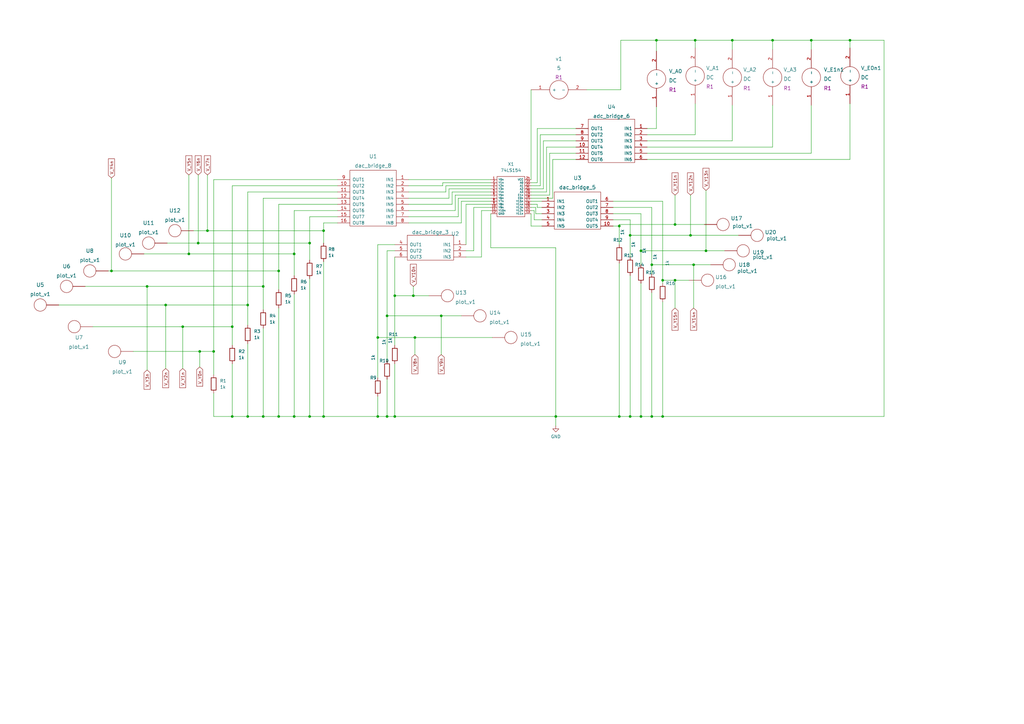
<source format=kicad_sch>
(kicad_sch (version 20211123) (generator eeschema)
  (paper "A3")
  (lib_symbols
    (symbol "eSim_Devices:resistor" (pin_numbers hide) (pin_names (offset 0))
      (property "Reference" "R" (at 1.27 3.302 0))
      (property "Value" "resistor" (at 1.27 -1.27 0))
      (symbol "resistor_0_1"
        (rectangle (start 3.81 0.254) (end -1.27 2.286) (stroke (width 0.254)))
      )
      (symbol "resistor_1_1"
        (pin passive line (at -2.54 1.27 0) (length 1.27) (name "~") (number "1"))
        (pin passive line (at 5.08 1.27 180) (length 1.27) (name "~") (number "2"))
      )
    )
    (symbol "eSim_Hybrid:adc_bridge_6" (pin_names (offset 1.016))
      (property "Reference" "U" (at 0 0 0))
      (property "Value" "adc_bridge_6" (at 0 3.81 0))
      (symbol "adc_bridge_6_0_1"
        (rectangle (start -10.16 5.08) (end 8.89 -12.7))
      )
      (symbol "adc_bridge_6_1_1"
        (pin input line (at -15.24 1.27 0) (length 5.08) (name "IN1") (number "1"))
        (pin output line (at 13.97 -6.35 180) (length 5.08) (name "OUT4") (number "10"))
        (pin output line (at 13.97 -8.89 180) (length 5.08) (name "OUT5") (number "11"))
        (pin output line (at 13.97 -11.43 180) (length 5.08) (name "OUT6") (number "12"))
        (pin input line (at -15.24 -1.27 0) (length 5.08) (name "IN2") (number "2"))
        (pin input line (at -15.24 -3.81 0) (length 5.08) (name "IN3") (number "3"))
        (pin input line (at -15.24 -6.35 0) (length 5.08) (name "IN4") (number "4"))
        (pin input line (at -15.24 -8.89 0) (length 5.08) (name "IN5") (number "5"))
        (pin input line (at -15.24 -11.43 0) (length 5.08) (name "IN6") (number "6"))
        (pin output line (at 13.97 1.27 180) (length 5.08) (name "OUT1") (number "7"))
        (pin output line (at 13.97 -1.27 180) (length 5.08) (name "OUT2") (number "8"))
        (pin output line (at 13.97 -3.81 180) (length 5.08) (name "OUT3") (number "9"))
      )
    )
    (symbol "eSim_Hybrid:dac_bridge_3" (pin_names (offset 1.016))
      (property "Reference" "U" (at 0 0 0))
      (property "Value" "dac_bridge_3" (at 0 3.81 0))
      (symbol "dac_bridge_3_0_1"
        (rectangle (start -10.16 5.08) (end 8.89 -5.08))
      )
      (symbol "dac_bridge_3_1_1"
        (pin input line (at -15.24 1.27 0) (length 5.08) (name "IN1") (number "1"))
        (pin input line (at -15.24 -1.27 0) (length 5.08) (name "IN2") (number "2"))
        (pin input line (at -15.24 -3.81 0) (length 5.08) (name "IN3") (number "3"))
        (pin output line (at 13.97 1.27 180) (length 5.08) (name "OUT1") (number "4"))
        (pin output line (at 13.97 -1.27 180) (length 5.08) (name "OUT2") (number "5"))
        (pin output line (at 13.97 -3.81 180) (length 5.08) (name "OUT3") (number "6"))
      )
    )
    (symbol "eSim_Hybrid:dac_bridge_5" (pin_names (offset 1.016))
      (property "Reference" "U" (at 0 0 0))
      (property "Value" "dac_bridge_5" (at 0 3.81 0))
      (symbol "dac_bridge_5_0_1"
        (rectangle (start -10.16 5.08) (end 8.89 -10.16))
      )
      (symbol "dac_bridge_5_1_1"
        (pin input line (at -15.24 1.27 0) (length 5.08) (name "IN1") (number "1"))
        (pin output line (at 13.97 -8.89 180) (length 5.08) (name "OUT5") (number "10"))
        (pin input line (at -15.24 -1.27 0) (length 5.08) (name "IN2") (number "2"))
        (pin input line (at -15.24 -3.81 0) (length 5.08) (name "IN3") (number "3"))
        (pin input line (at -15.24 -6.35 0) (length 5.08) (name "IN4") (number "4"))
        (pin input line (at -15.24 -8.89 0) (length 5.08) (name "IN5") (number "5"))
        (pin output line (at 13.97 1.27 180) (length 5.08) (name "OUT1") (number "6"))
        (pin output line (at 13.97 -1.27 180) (length 5.08) (name "OUT2") (number "7"))
        (pin output line (at 13.97 -3.81 180) (length 5.08) (name "OUT3") (number "8"))
        (pin output line (at 13.97 -6.35 180) (length 5.08) (name "OUT4") (number "9"))
      )
    )
    (symbol "eSim_Hybrid:dac_bridge_8" (pin_names (offset 1.016))
      (property "Reference" "U" (at 0 0 0))
      (property "Value" "dac_bridge_8" (at 0 3.81 0))
      (symbol "dac_bridge_8_0_1"
        (rectangle (start -10.16 5.08) (end 8.89 -17.78))
      )
      (symbol "dac_bridge_8_1_1"
        (pin input line (at -15.24 1.27 0) (length 5.08) (name "IN1") (number "1"))
        (pin output line (at 13.97 -1.27 180) (length 5.08) (name "OUT2") (number "10"))
        (pin output line (at 13.97 -3.81 180) (length 5.08) (name "OUT3") (number "11"))
        (pin output line (at 13.97 -6.35 180) (length 5.08) (name "OUT4") (number "12"))
        (pin output line (at 13.97 -8.89 180) (length 5.08) (name "OUT5") (number "13"))
        (pin output line (at 13.97 -11.43 180) (length 5.08) (name "OUT6") (number "14"))
        (pin output line (at 13.97 -13.97 180) (length 5.08) (name "OUT7") (number "15"))
        (pin output line (at 13.97 -16.51 180) (length 5.08) (name "OUT8") (number "16"))
        (pin input line (at -15.24 -1.27 0) (length 5.08) (name "IN2") (number "2"))
        (pin input line (at -15.24 -3.81 0) (length 5.08) (name "IN3") (number "3"))
        (pin input line (at -15.24 -6.35 0) (length 5.08) (name "IN4") (number "4"))
        (pin input line (at -15.24 -8.89 0) (length 5.08) (name "IN5") (number "5"))
        (pin input line (at -15.24 -11.43 0) (length 5.08) (name "IN6") (number "6"))
        (pin input line (at -15.24 -13.97 0) (length 5.08) (name "IN7") (number "7"))
        (pin input line (at -15.24 -16.51 0) (length 5.08) (name "IN8") (number "8"))
        (pin output line (at 13.97 1.27 180) (length 5.08) (name "OUT1") (number "9"))
      )
    )
    (symbol "eSim_Plot:plot_v1" (pin_names (offset 1.016))
      (property "Reference" "U" (at 0 12.7 0))
      (property "Value" "plot_v1" (at 5.08 8.89 0))
      (symbol "plot_v1_0_1"
        (circle (center 0 12.7) (radius 2.54))
      )
      (symbol "plot_v1_1_1"
        (pin input line (at 0 5.08 90) (length 5.08) (name "~") (number "~"))
      )
    )
    (symbol "eSim_Power:eSim_GND" (power) (pin_names (offset 0))
      (property "Value" "eSim_GND" (at 0 -3.81 0))
      (symbol "eSim_GND_0_1"
        (polyline (pts (xy 0 0) (xy 0 -1.27) (xy 1.27 -1.27) (xy 0 -2.54) (xy -1.27 -1.27) (xy 0 -1.27)))
      )
      (symbol "eSim_GND_1_1"
        (pin power_in line (at 0 0 270) (length 0) hide (name "GND") (number "1"))
      )
    )
    (symbol "eSim_Sources:DC" (pin_names (offset 1.016))
      (property "Reference" "v" (at -5.08 2.54 0))
      (property "Value" "DC" (at -5.08 -1.27 0))
      (property "Footprint" "R1" (at -7.62 0 0))
      (symbol "DC_0_1"
        (circle (center 0 0) (radius 3.81))
      )
      (symbol "DC_1_1"
        (pin power_out line (at 0 11.43 270) (length 7.62) (name "+") (number "1"))
        (pin bidirectional line (at 0 -11.43 90) (length 7.62) (name "-") (number "2"))
      )
    )
    (symbol "eSim_Subckt:74LS154"
      (property "Reference" "X" (at 0 -8.89 0))
      (property "Value" "74LS154" (at 0 10.16 0))
      (symbol "74LS154_0_1"
        (rectangle (start -5.08 8.89) (end 6.35 -7.62))
      )
      (symbol "74LS154_1_1"
        (pin output line (at -7.62 7.62 0) (length 2.54) (name "Y0n") (number "1"))
        (pin output line (at -7.62 -3.81 0) (length 2.54) (name "Y9n") (number "10"))
        (pin output line (at -7.62 -5.08 0) (length 2.54) (name "Y10n") (number "11"))
        (pin power_in line (at -7.62 -6.35 0) (length 2.54) (name "GND") (number "12"))
        (pin output line (at 8.89 -6.35 180) (length 2.54) (name "Y11n") (number "13"))
        (pin output line (at 8.89 -5.08 180) (length 2.54) (name "Y12n") (number "14"))
        (pin output line (at 8.89 -3.81 180) (length 2.54) (name "Y13n") (number "15"))
        (pin output line (at 8.89 -2.54 180) (length 2.54) (name "Y14n") (number "16"))
        (pin output line (at 8.89 -1.27 180) (length 2.54) (name "Y15n") (number "17"))
        (pin input line (at 8.89 0 180) (length 2.54) (name "E0n") (number "18"))
        (pin input line (at 8.89 1.27 180) (length 2.54) (name "E1n") (number "19"))
        (pin output line (at -7.62 6.35 0) (length 2.54) (name "Y1n") (number "2"))
        (pin input line (at 8.89 2.54 180) (length 2.54) (name "A3") (number "20"))
        (pin input line (at 8.89 3.81 180) (length 2.54) (name "A2") (number "21"))
        (pin input line (at 8.89 5.08 180) (length 2.54) (name "A1") (number "22"))
        (pin input line (at 8.89 6.35 180) (length 2.54) (name "A0") (number "23"))
        (pin power_in line (at 8.89 7.62 180) (length 2.54) (name "VCC") (number "24"))
        (pin output line (at -7.62 5.08 0) (length 2.54) (name "Y2n") (number "3"))
        (pin output line (at -7.62 3.81 0) (length 2.54) (name "Y3n") (number "4"))
        (pin output line (at -7.62 2.54 0) (length 2.54) (name "Y4n") (number "5"))
        (pin output line (at -7.62 1.27 0) (length 2.54) (name "Y5n") (number "6"))
        (pin output line (at -7.62 0 0) (length 2.54) (name "Y6n") (number "7"))
        (pin output line (at -7.62 -1.27 0) (length 2.54) (name "Y7n") (number "8"))
        (pin output line (at -7.62 -2.54 0) (length 2.54) (name "Y8n") (number "9"))
      )
    )
  )
  (junction (at 254 170.815))
  (junction (at 127 99.695))
  (junction (at 45.72 111.125))
  (junction (at 67.945 125.095))
  (junction (at 95.25 133.985))
  (junction (at 158.75 129.54))
  (junction (at 316.865 16.51))
  (junction (at 114.3 170.815))
  (junction (at 120.65 104.14))
  (junction (at 132.715 170.815))
  (junction (at 114.3 111.125))
  (junction (at 161.925 121.285))
  (junction (at 74.93 133.985))
  (junction (at 127 170.815))
  (junction (at 267.335 108.585))
  (junction (at 95.25 170.815))
  (junction (at 107.95 117.475))
  (junction (at 348.615 16.51))
  (junction (at 289.56 102.87))
  (junction (at 258.445 170.815))
  (junction (at 283.21 96.52))
  (junction (at 258.445 96.52))
  (junction (at 154.94 170.815))
  (junction (at 87.63 144.145))
  (junction (at 161.925 170.815))
  (junction (at 158.75 170.815))
  (junction (at 77.47 104.14))
  (junction (at 170.18 138.43))
  (junction (at 180.975 129.54))
  (junction (at 169.545 121.285))
  (junction (at 271.78 170.815))
  (junction (at 262.89 102.87))
  (junction (at 254 92.71))
  (junction (at 101.6 125.095))
  (junction (at 276.86 92.075))
  (junction (at 332.74 16.51))
  (junction (at 271.78 114.935))
  (junction (at 285.115 16.51))
  (junction (at 120.65 170.815))
  (junction (at 227.965 170.815))
  (junction (at 60.325 117.475))
  (junction (at 267.335 170.815))
  (junction (at 81.915 144.145))
  (junction (at 284.48 108.585))
  (junction (at 262.89 170.815))
  (junction (at 81.28 99.695))
  (junction (at 154.94 138.43))
  (junction (at 276.86 114.935))
  (junction (at 300.355 16.51))
  (junction (at 269.24 16.51))
  (junction (at 101.6 170.815))
  (junction (at 85.09 94.615))
  (junction (at 107.95 170.815))
  (junction (at 132.715 94.615))
  (wire (pts (xy 332.74 43.18) (xy 332.74 62.865)))
  (wire (pts (xy 258.445 96.52) (xy 283.21 96.52)))
  (wire (pts (xy 54.61 144.145) (xy 81.915 144.145)))
  (wire (pts (xy 217.805 82.55) (xy 222.25 82.55)))
  (wire (pts (xy 120.65 86.36) (xy 120.65 104.14)))
  (wire (pts (xy 254 170.815) (xy 258.445 170.815)))
  (wire (pts (xy 167.64 91.44) (xy 189.23 91.44)))
  (wire (pts (xy 267.335 120.015) (xy 267.335 170.815)))
  (wire (pts (xy 197.485 105.41) (xy 197.485 86.36)))
  (wire (pts (xy 107.95 170.815) (xy 114.3 170.815)))
  (wire (pts (xy 85.09 94.615) (xy 132.715 94.615)))
  (wire (pts (xy 187.96 81.28) (xy 201.295 81.28)))
  (wire (pts (xy 227.965 170.815) (xy 254 170.815)))
  (wire (pts (xy 77.47 71.755) (xy 77.47 104.14)))
  (wire (pts (xy 217.805 36.83) (xy 217.805 73.66)))
  (wire (pts (xy 251.46 85.09) (xy 267.335 85.09)))
  (wire (pts (xy 158.75 129.54) (xy 158.75 147.955)))
  (wire (pts (xy 189.23 91.44) (xy 189.23 82.55)))
  (wire (pts (xy 81.915 144.145) (xy 81.915 150.495)))
  (wire (pts (xy 271.78 114.935) (xy 271.78 116.205)))
  (wire (pts (xy 262.89 116.205) (xy 262.89 170.815)))
  (wire (pts (xy 221.615 55.245) (xy 236.22 55.245)))
  (wire (pts (xy 254.635 16.51) (xy 269.24 16.51)))
  (wire (pts (xy 169.545 117.475) (xy 169.545 121.285)))
  (wire (pts (xy 197.485 86.36) (xy 201.295 86.36)))
  (wire (pts (xy 81.28 99.695) (xy 127 99.695)))
  (wire (pts (xy 271.78 82.55) (xy 271.78 114.935)))
  (wire (pts (xy 251.46 92.71) (xy 254 92.71)))
  (wire (pts (xy 77.47 104.14) (xy 120.65 104.14)))
  (wire (pts (xy 154.94 138.43) (xy 154.94 154.94)))
  (wire (pts (xy 191.135 102.87) (xy 194.31 102.87)))
  (wire (pts (xy 180.975 129.54) (xy 180.975 145.415)))
  (wire (pts (xy 170.18 138.43) (xy 201.93 138.43)))
  (wire (pts (xy 267.335 108.585) (xy 267.335 112.395)))
  (wire (pts (xy 217.805 76.2) (xy 221.615 76.2)))
  (wire (pts (xy 181.61 76.2) (xy 181.61 74.93)))
  (wire (pts (xy 87.63 73.66) (xy 87.63 144.145)))
  (wire (pts (xy 240.665 36.83) (xy 254.635 36.83)))
  (wire (pts (xy 158.75 102.87) (xy 161.925 102.87)))
  (wire (pts (xy 67.945 125.095) (xy 101.6 125.095)))
  (wire (pts (xy 87.63 144.145) (xy 87.63 153.67)))
  (wire (pts (xy 24.13 125.095) (xy 67.945 125.095)))
  (wire (pts (xy 220.345 83.82) (xy 217.805 83.82)))
  (wire (pts (xy 271.78 114.935) (xy 276.86 114.935)))
  (wire (pts (xy 219.075 90.17) (xy 219.075 86.36)))
  (wire (pts (xy 184.15 81.28) (xy 184.15 77.47)))
  (wire (pts (xy 38.1 133.985) (xy 74.93 133.985)))
  (wire (pts (xy 267.335 108.585) (xy 284.48 108.585)))
  (wire (pts (xy 265.43 65.405) (xy 348.615 65.405)))
  (wire (pts (xy 185.42 83.82) (xy 185.42 78.74)))
  (wire (pts (xy 220.345 85.09) (xy 220.345 83.82)))
  (wire (pts (xy 67.945 125.095) (xy 67.945 151.13)))
  (wire (pts (xy 189.23 129.54) (xy 180.975 129.54)))
  (wire (pts (xy 226.695 81.28) (xy 226.695 65.405)))
  (wire (pts (xy 265.43 62.865) (xy 332.74 62.865)))
  (wire (pts (xy 222.25 87.63) (xy 219.71 87.63)))
  (wire (pts (xy 348.615 16.51) (xy 362.585 16.51)))
  (wire (pts (xy 95.25 170.815) (xy 101.6 170.815)))
  (wire (pts (xy 224.155 60.325) (xy 236.22 60.325)))
  (wire (pts (xy 271.78 170.815) (xy 362.585 170.815)))
  (wire (pts (xy 332.74 16.51) (xy 332.74 20.32)))
  (wire (pts (xy 283.21 80.01) (xy 283.21 96.52)))
  (wire (pts (xy 161.925 100.33) (xy 154.94 100.33)))
  (wire (pts (xy 138.43 78.74) (xy 101.6 78.74)))
  (wire (pts (xy 95.25 76.2) (xy 95.25 133.985)))
  (wire (pts (xy 167.64 76.2) (xy 181.61 76.2)))
  (wire (pts (xy 184.15 77.47) (xy 201.295 77.47)))
  (wire (pts (xy 217.805 74.93) (xy 220.345 74.93)))
  (wire (pts (xy 185.42 78.74) (xy 201.295 78.74)))
  (wire (pts (xy 267.335 85.09) (xy 267.335 108.585)))
  (wire (pts (xy 222.25 85.09) (xy 220.345 85.09)))
  (wire (pts (xy 127 88.9) (xy 127 99.695)))
  (wire (pts (xy 107.95 117.475) (xy 107.95 127)))
  (wire (pts (xy 138.43 76.2) (xy 95.25 76.2)))
  (wire (pts (xy 101.6 125.095) (xy 101.6 133.35)))
  (wire (pts (xy 258.445 170.815) (xy 262.89 170.815)))
  (wire (pts (xy 181.61 74.93) (xy 201.295 74.93)))
  (wire (pts (xy 60.325 117.475) (xy 60.325 151.765)))
  (wire (pts (xy 132.715 91.44) (xy 132.715 94.615)))
  (wire (pts (xy 262.89 102.87) (xy 289.56 102.87)))
  (wire (pts (xy 222.25 92.71) (xy 217.805 92.71)))
  (wire (pts (xy 114.3 111.125) (xy 114.3 83.82)))
  (wire (pts (xy 138.43 88.9) (xy 127 88.9)))
  (wire (pts (xy 227.965 101.6) (xy 227.965 170.815)))
  (wire (pts (xy 154.94 138.43) (xy 170.18 138.43)))
  (wire (pts (xy 289.56 78.105) (xy 289.56 102.87)))
  (wire (pts (xy 221.615 76.2) (xy 221.615 55.245)))
  (wire (pts (xy 120.65 104.14) (xy 120.65 113.03)))
  (wire (pts (xy 251.46 90.17) (xy 258.445 90.17)))
  (wire (pts (xy 316.865 16.51) (xy 332.74 16.51)))
  (wire (pts (xy 217.805 92.71) (xy 217.805 87.63)))
  (wire (pts (xy 101.6 78.74) (xy 101.6 125.095)))
  (wire (pts (xy 114.3 126.365) (xy 114.3 170.815)))
  (wire (pts (xy 219.71 87.63) (xy 219.71 85.09)))
  (wire (pts (xy 158.75 170.815) (xy 161.925 170.815)))
  (wire (pts (xy 79.375 94.615) (xy 85.09 94.615)))
  (wire (pts (xy 167.64 83.82) (xy 185.42 83.82)))
  (wire (pts (xy 254.635 36.83) (xy 254.635 16.51)))
  (wire (pts (xy 362.585 16.51) (xy 362.585 170.815)))
  (wire (pts (xy 161.925 121.285) (xy 161.925 141.605)))
  (wire (pts (xy 285.115 16.51) (xy 300.355 16.51)))
  (wire (pts (xy 284.48 108.585) (xy 291.465 108.585)))
  (wire (pts (xy 167.64 81.28) (xy 184.15 81.28)))
  (wire (pts (xy 300.355 16.51) (xy 300.355 20.32)))
  (wire (pts (xy 222.885 77.47) (xy 222.885 57.785)))
  (wire (pts (xy 269.24 20.955) (xy 269.24 16.51)))
  (wire (pts (xy 60.325 117.475) (xy 107.95 117.475)))
  (wire (pts (xy 269.24 16.51) (xy 285.115 16.51)))
  (wire (pts (xy 262.89 170.815) (xy 267.335 170.815)))
  (wire (pts (xy 107.95 81.28) (xy 107.95 117.475)))
  (wire (pts (xy 276.86 92.075) (xy 254 92.075)))
  (wire (pts (xy 95.25 149.225) (xy 95.25 170.815)))
  (wire (pts (xy 226.695 65.405) (xy 236.22 65.405)))
  (wire (pts (xy 189.23 82.55) (xy 201.295 82.55)))
  (wire (pts (xy 201.295 101.6) (xy 227.965 101.6)))
  (wire (pts (xy 138.43 86.36) (xy 120.65 86.36)))
  (wire (pts (xy 161.925 170.815) (xy 227.965 170.815)))
  (wire (pts (xy 348.615 16.51) (xy 332.74 16.51)))
  (wire (pts (xy 68.58 99.695) (xy 81.28 99.695)))
  (wire (pts (xy 175.895 121.285) (xy 169.545 121.285)))
  (wire (pts (xy 87.63 170.815) (xy 95.25 170.815)))
  (wire (pts (xy 45.72 111.125) (xy 114.3 111.125)))
  (wire (pts (xy 289.56 102.87) (xy 297.18 102.87)))
  (wire (pts (xy 161.925 105.41) (xy 161.925 121.285)))
  (wire (pts (xy 194.31 85.09) (xy 201.295 85.09)))
  (wire (pts (xy 258.445 113.03) (xy 258.445 170.815)))
  (wire (pts (xy 201.295 87.63) (xy 201.295 101.6)))
  (wire (pts (xy 154.94 100.33) (xy 154.94 138.43)))
  (wire (pts (xy 107.95 134.62) (xy 107.95 170.815)))
  (wire (pts (xy 167.64 86.36) (xy 186.69 86.36)))
  (wire (pts (xy 167.64 78.74) (xy 182.88 78.74)))
  (wire (pts (xy 220.345 74.93) (xy 220.345 52.705)))
  (wire (pts (xy 276.86 114.935) (xy 282.575 114.935)))
  (wire (pts (xy 283.21 96.52) (xy 302.895 96.52)))
  (wire (pts (xy 285.115 16.51) (xy 285.115 19.685)))
  (wire (pts (xy 258.445 90.17) (xy 258.445 96.52)))
  (wire (pts (xy 74.93 133.985) (xy 95.25 133.985)))
  (wire (pts (xy 101.6 170.815) (xy 107.95 170.815)))
  (wire (pts (xy 180.975 129.54) (xy 158.75 129.54)))
  (wire (pts (xy 114.3 118.745) (xy 114.3 111.125)))
  (wire (pts (xy 251.46 82.55) (xy 271.78 82.55)))
  (wire (pts (xy 194.31 102.87) (xy 194.31 85.09)))
  (wire (pts (xy 132.715 107.315) (xy 132.715 170.815)))
  (wire (pts (xy 138.43 91.44) (xy 132.715 91.44)))
  (wire (pts (xy 127 114.3) (xy 127 170.815)))
  (wire (pts (xy 101.6 140.97) (xy 101.6 170.815)))
  (wire (pts (xy 300.355 16.51) (xy 316.865 16.51)))
  (wire (pts (xy 81.915 144.145) (xy 87.63 144.145)))
  (wire (pts (xy 222.885 57.785) (xy 236.22 57.785)))
  (wire (pts (xy 265.43 60.325) (xy 316.865 60.325)))
  (wire (pts (xy 45.72 73.025) (xy 45.72 111.125)))
  (wire (pts (xy 182.88 78.74) (xy 182.88 76.2)))
  (wire (pts (xy 138.43 81.28) (xy 107.95 81.28)))
  (wire (pts (xy 217.805 80.01) (xy 225.425 80.01)))
  (wire (pts (xy 222.25 90.17) (xy 219.075 90.17)))
  (wire (pts (xy 154.94 162.56) (xy 154.94 170.815)))
  (wire (pts (xy 258.445 96.52) (xy 258.445 105.41)))
  (wire (pts (xy 219.71 85.09) (xy 217.805 85.09)))
  (wire (pts (xy 316.865 43.18) (xy 316.865 60.325)))
  (wire (pts (xy 158.75 102.87) (xy 158.75 129.54)))
  (wire (pts (xy 182.88 76.2) (xy 201.295 76.2)))
  (wire (pts (xy 191.135 100.33) (xy 191.135 83.82)))
  (wire (pts (xy 186.69 80.01) (xy 201.295 80.01)))
  (wire (pts (xy 225.425 62.865) (xy 236.22 62.865)))
  (wire (pts (xy 254 92.075) (xy 254 92.71)))
  (wire (pts (xy 254 92.71) (xy 254 100.33)))
  (wire (pts (xy 167.64 73.66) (xy 201.295 73.66)))
  (wire (pts (xy 217.805 81.28) (xy 226.695 81.28)))
  (wire (pts (xy 271.78 123.825) (xy 271.78 170.815)))
  (wire (pts (xy 191.135 105.41) (xy 197.485 105.41)))
  (wire (pts (xy 348.615 19.685) (xy 348.615 16.51)))
  (wire (pts (xy 262.89 102.87) (xy 262.89 108.585)))
  (wire (pts (xy 44.45 111.125) (xy 45.72 111.125)))
  (wire (pts (xy 300.355 43.18) (xy 300.355 57.785)))
  (wire (pts (xy 169.545 121.285) (xy 161.925 121.285)))
  (wire (pts (xy 220.345 52.705) (xy 236.22 52.705)))
  (wire (pts (xy 187.96 88.9) (xy 187.96 81.28)))
  (wire (pts (xy 120.65 170.815) (xy 127 170.815)))
  (wire (pts (xy 85.09 71.755) (xy 85.09 94.615)))
  (wire (pts (xy 284.48 108.585) (xy 284.48 126.365)))
  (wire (pts (xy 114.3 83.82) (xy 138.43 83.82)))
  (wire (pts (xy 316.865 16.51) (xy 316.865 20.32)))
  (wire (pts (xy 265.43 55.245) (xy 285.115 55.245)))
  (wire (pts (xy 186.69 86.36) (xy 186.69 80.01)))
  (wire (pts (xy 269.24 43.815) (xy 269.24 52.705)))
  (wire (pts (xy 262.89 87.63) (xy 262.89 102.87)))
  (wire (pts (xy 219.075 86.36) (xy 217.805 86.36)))
  (wire (pts (xy 265.43 57.785) (xy 300.355 57.785)))
  (wire (pts (xy 251.46 87.63) (xy 262.89 87.63)))
  (wire (pts (xy 276.86 80.01) (xy 276.86 92.075)))
  (wire (pts (xy 81.28 71.755) (xy 81.28 99.695)))
  (wire (pts (xy 87.63 161.29) (xy 87.63 170.815)))
  (wire (pts (xy 285.115 42.545) (xy 285.115 55.245)))
  (wire (pts (xy 114.3 170.815) (xy 120.65 170.815)))
  (wire (pts (xy 132.715 170.815) (xy 154.94 170.815)))
  (wire (pts (xy 34.925 117.475) (xy 60.325 117.475)))
  (wire (pts (xy 158.75 155.575) (xy 158.75 170.815)))
  (wire (pts (xy 167.64 88.9) (xy 187.96 88.9)))
  (wire (pts (xy 132.715 94.615) (xy 132.715 99.695)))
  (wire (pts (xy 120.65 120.65) (xy 120.65 170.815)))
  (wire (pts (xy 138.43 73.66) (xy 87.63 73.66)))
  (wire (pts (xy 191.135 83.82) (xy 201.295 83.82)))
  (wire (pts (xy 74.93 133.985) (xy 74.93 151.13)))
  (wire (pts (xy 154.94 170.815) (xy 158.75 170.815)))
  (wire (pts (xy 265.43 52.705) (xy 269.24 52.705)))
  (wire (pts (xy 127 170.815) (xy 132.715 170.815)))
  (wire (pts (xy 224.155 78.74) (xy 224.155 60.325)))
  (wire (pts (xy 59.055 104.14) (xy 77.47 104.14)))
  (wire (pts (xy 217.805 77.47) (xy 222.885 77.47)))
  (wire (pts (xy 276.86 114.935) (xy 276.86 126.365)))
  (wire (pts (xy 267.335 170.815) (xy 271.78 170.815)))
  (wire (pts (xy 95.25 133.985) (xy 95.25 141.605)))
  (wire (pts (xy 227.965 170.815) (xy 227.965 174.625)))
  (wire (pts (xy 127 99.695) (xy 127 106.68)))
  (wire (pts (xy 217.805 78.74) (xy 224.155 78.74)))
  (wire (pts (xy 161.925 149.225) (xy 161.925 170.815)))
  (wire (pts (xy 288.925 92.075) (xy 276.86 92.075)))
  (wire (pts (xy 348.615 42.545) (xy 348.615 65.405)))
  (wire (pts (xy 170.18 138.43) (xy 170.18 145.415)))
  (wire (pts (xy 254 107.95) (xy 254 170.815)))
  (wire (pts (xy 225.425 80.01) (xy 225.425 62.865)))
  (global_label "V_Y1n" (shape input) (at 74.93 151.13 270) (property "Intersheet References" "${INTERSHEET_REFS}" (effects hide)))
  (global_label "V_Y5n" (shape input) (at 77.47 71.755 90) (property "Intersheet References" "${INTERSHEET_REFS}" (effects hide)))
  (global_label "V_Y3n" (shape input) (at 60.325 151.765 270) (property "Intersheet References" "${INTERSHEET_REFS}" (effects hide)))
  (global_label "V_Y12n" (shape input) (at 283.21 80.01 90) (property "Intersheet References" "${INTERSHEET_REFS}" (effects hide)))
  (global_label "V_Y4n" (shape input) (at 45.72 73.025 90) (property "Intersheet References" "${INTERSHEET_REFS}" (effects hide)))
  (global_label "V_Y11n" (shape input) (at 276.86 80.01 90) (property "Intersheet References" "${INTERSHEET_REFS}" (effects hide)))
  (global_label "V_Y7n" (shape input) (at 85.09 71.755 90) (property "Intersheet References" "${INTERSHEET_REFS}" (effects hide)))
  (global_label "V_Y15n" (shape input) (at 276.86 126.365 270) (property "Intersheet References" "${INTERSHEET_REFS}" (effects hide)))
  (global_label "V_Y6n" (shape input) (at 81.28 71.755 90) (property "Intersheet References" "${INTERSHEET_REFS}" (effects hide)))
  (global_label "V_Y0n" (shape input) (at 81.915 150.495 270) (property "Intersheet References" "${INTERSHEET_REFS}" (effects hide)))
  (global_label "V_Y9n" (shape input) (at 180.975 145.415 270) (property "Intersheet References" "${INTERSHEET_REFS}" (effects hide)))
  (global_label "V_Y10n" (shape input) (at 169.545 117.475 90) (property "Intersheet References" "${INTERSHEET_REFS}" (effects hide)))
  (global_label "V_Y14n" (shape input) (at 284.48 126.365 270) (property "Intersheet References" "${INTERSHEET_REFS}" (effects hide)))
  (global_label "V_Y8n" (shape input) (at 170.18 145.415 270) (property "Intersheet References" "${INTERSHEET_REFS}" (effects hide)))
  (global_label "V_Y13n" (shape input) (at 289.56 78.105 90) (property "Intersheet References" "${INTERSHEET_REFS}" (effects hide)))
  (global_label "V_Y2n" (shape input) (at 67.945 151.13 270) (property "Intersheet References" "${INTERSHEET_REFS}" (effects hide)))
  (symbol (lib_id "eSim_Subckt:74LS154") (at 208.915 81.28 0) (unit 1)
    (property "Reference" "X1" (at 209.55 67.31 0))
    (property "Value" "74LS154" (at 209.55 69.85 0))
  )
  (symbol (lib_id "eSim_Plot:plot_v1") (at 73.66 99.695 90) (unit 1)
    (property "Reference" "U11" (at 60.96 91.44 90) (effects (font (size 1.524 1.524))))
    (property "Value" "plot_v1" (at 60.96 95.25 90) (effects (font (size 1.524 1.524))))
  )
  (symbol (lib_id "eSim_Plot:plot_v1") (at 283.845 92.075 270) (mirror x) (unit 1)
    (property "Reference" "U17" (at 299.72 89.535 90) (effects (font (size 1.524 1.524)) (justify left)))
    (property "Value" "plot_v1" (at 300.355 92.71 90) (effects (font (size 1.524 1.524)) (justify left)))
  )
  (symbol (lib_id "eSim_Devices:resistor") (at 268.605 117.475 90) (unit 1)
    (property "Reference" "R15" (at 264.795 111.76 90) (effects (justify right)))
    (property "Value" "1k" (at 268.605 104.14 0) (effects (justify right)))
  )
  (symbol (lib_id "eSim_Devices:resistor") (at 156.21 160.02 90) (unit 1)
    (property "Reference" "R9" (at 151.765 154.94 90) (effects (justify right)))
    (property "Value" "1k" (at 153.035 145.415 0) (effects (justify right)))
  )
  (symbol (lib_id "eSim_Sources:DC") (at 348.615 31.115 180) (unit 1)
    (property "Reference" "V_E0n1" (at 353.06 27.94 0) (effects (font (size 1.524 1.524)) (justify right)))
    (property "Value" "DC" (at 353.06 31.75 0) (effects (font (size 1.524 1.524)) (justify right)))
    (property "Footprint" "R1" (at 353.06 35.56 0) (effects (font (size 1.524 1.524)) (justify right)))
  )
  (symbol (lib_id "eSim_Devices:resistor") (at 133.985 104.775 90) (unit 1)
    (property "Reference" "R8" (at 134.62 102.2349 90) (effects (justify right)))
    (property "Value" "1k" (at 134.62 104.7749 90) (effects (justify right)))
  )
  (symbol (lib_id "eSim_Sources:DC") (at 285.115 31.115 180) (unit 1)
    (property "Reference" "V_A1" (at 289.56 27.94 0) (effects (font (size 1.524 1.524)) (justify right)))
    (property "Value" "DC" (at 289.56 31.75 0) (effects (font (size 1.524 1.524)) (justify right)))
    (property "Footprint" "R1" (at 289.56 35.56 0) (effects (font (size 1.524 1.524)) (justify right)))
  )
  (symbol (lib_id "eSim_Sources:DC") (at 332.74 31.75 180) (unit 1)
    (property "Reference" "V_E1n1" (at 337.82 28.575 0) (effects (font (size 1.524 1.524)) (justify right)))
    (property "Value" "DC" (at 337.82 32.385 0) (effects (font (size 1.524 1.524)) (justify right)))
    (property "Footprint" "R1" (at 337.82 36.195 0) (effects (font (size 1.524 1.524)) (justify right)))
  )
  (symbol (lib_id "eSim_Plot:plot_v1") (at 286.385 108.585 270) (mirror x) (unit 1)
    (property "Reference" "U18" (at 302.895 108.585 90) (effects (font (size 1.524 1.524)) (justify left)))
    (property "Value" "plot_v1" (at 302.26 111.125 90) (effects (font (size 1.524 1.524)) (justify left)))
  )
  (symbol (lib_id "eSim_Plot:plot_v1") (at 29.21 125.095 90) (unit 1)
    (property "Reference" "U5" (at 16.51 116.84 90) (effects (font (size 1.524 1.524))))
    (property "Value" "plot_v1" (at 16.51 120.65 90) (effects (font (size 1.524 1.524))))
  )
  (symbol (lib_id "eSim_Devices:resistor") (at 115.57 123.825 90) (unit 1)
    (property "Reference" "R5" (at 116.84 121.2849 90) (effects (justify right)))
    (property "Value" "1k" (at 116.84 123.8249 90) (effects (justify right)))
  )
  (symbol (lib_id "eSim_Sources:DC") (at 300.355 31.75 180) (unit 1)
    (property "Reference" "V_A2" (at 304.8 28.575 0) (effects (font (size 1.524 1.524)) (justify right)))
    (property "Value" "DC" (at 304.8 32.385 0) (effects (font (size 1.524 1.524)) (justify right)))
    (property "Footprint" "R1" (at 304.8 36.195 0) (effects (font (size 1.524 1.524)) (justify right)))
  )
  (symbol (lib_id "eSim_Devices:resistor") (at 96.52 146.685 90) (unit 1)
    (property "Reference" "R2" (at 97.79 144.1449 90) (effects (justify right)))
    (property "Value" "1k" (at 97.79 146.6849 90) (effects (justify right)))
  )
  (symbol (lib_id "eSim_Devices:resistor") (at 88.9 158.75 90) (unit 1)
    (property "Reference" "R1" (at 90.17 156.2099 90) (effects (justify right)))
    (property "Value" "1k" (at 90.17 158.7499 90) (effects (justify right)))
  )
  (symbol (lib_id "eSim_Plot:plot_v1") (at 59.69 144.145 90) (unit 1)
    (property "Reference" "U9" (at 50.165 148.59 90) (effects (font (size 1.524 1.524))))
    (property "Value" "plot_v1" (at 50.165 152.4 90) (effects (font (size 1.524 1.524))))
  )
  (symbol (lib_id "eSim_Plot:plot_v1") (at 184.15 129.54 270) (mirror x) (unit 1)
    (property "Reference" "U14" (at 200.66 128.27 90) (effects (font (size 1.524 1.524)) (justify left)))
    (property "Value" "plot_v1" (at 200.66 132.08 90) (effects (font (size 1.524 1.524)) (justify left)))
  )
  (symbol (lib_id "eSim_Plot:plot_v1") (at 84.455 94.615 90) (unit 1)
    (property "Reference" "U12" (at 71.755 86.36 90) (effects (font (size 1.524 1.524))))
    (property "Value" "plot_v1" (at 71.755 90.17 90) (effects (font (size 1.524 1.524))))
  )
  (symbol (lib_id "eSim_Plot:plot_v1") (at 277.495 114.935 270) (mirror x) (unit 1)
    (property "Reference" "U16" (at 293.37 113.665 90) (effects (font (size 1.524 1.524)) (justify left)))
    (property "Value" "plot_v1" (at 293.37 117.475 90) (effects (font (size 1.524 1.524)) (justify left)))
  )
  (symbol (lib_id "eSim_Plot:plot_v1") (at 49.53 111.125 90) (unit 1)
    (property "Reference" "U8" (at 36.83 102.87 90) (effects (font (size 1.524 1.524))))
    (property "Value" "plot_v1" (at 36.83 106.68 90) (effects (font (size 1.524 1.524))))
  )
  (symbol (lib_id "eSim_Devices:resistor") (at 273.05 121.285 90) (unit 1)
    (property "Reference" "R16" (at 273.05 116.205 90) (effects (justify right)))
    (property "Value" "1k" (at 273.685 106.68 0) (effects (justify right)))
  )
  (symbol (lib_id "eSim_Hybrid:adc_bridge_6") (at 250.19 53.975 0) (mirror y) (unit 1)
    (property "Reference" "U4" (at 250.825 43.815 0) (effects (font (size 1.524 1.524))))
    (property "Value" "adc_bridge_6" (at 250.825 47.625 0) (effects (font (size 1.524 1.524))))
  )
  (symbol (lib_id "eSim_Sources:DC") (at 316.865 31.75 180) (unit 1)
    (property "Reference" "V_A3" (at 321.31 28.575 0) (effects (font (size 1.524 1.524)) (justify right)))
    (property "Value" "DC" (at 321.31 32.385 0) (effects (font (size 1.524 1.524)) (justify right)))
    (property "Footprint" "R1" (at 321.31 36.195 0) (effects (font (size 1.524 1.524)) (justify right)))
  )
  (symbol (lib_id "eSim_Devices:resistor") (at 109.22 132.08 90) (unit 1)
    (property "Reference" "R4" (at 110.49 129.5399 90) (effects (justify right)))
    (property "Value" "1k" (at 110.49 132.0799 90) (effects (justify right)))
  )
  (symbol (lib_id "eSim_Hybrid:dac_bridge_3") (at 175.895 101.6 0) (mirror y) (unit 1)
    (property "Reference" "U2" (at 186.69 95.885 0) (effects (font (size 1.524 1.524))))
    (property "Value" "dac_bridge_3" (at 176.53 95.25 0) (effects (font (size 1.524 1.524))))
  )
  (symbol (lib_id "eSim_Devices:resistor") (at 255.27 105.41 90) (unit 1)
    (property "Reference" "R12" (at 251.46 98.425 90) (effects (justify right)))
    (property "Value" "1k" (at 255.27 93.98 0) (effects (justify right)))
  )
  (symbol (lib_id "eSim_Devices:resistor") (at 160.02 153.035 90) (unit 1)
    (property "Reference" "R10" (at 155.575 147.955 90) (effects (justify right)))
    (property "Value" "1k" (at 157.48 139.065 0) (effects (justify right)))
  )
  (symbol (lib_id "eSim_Hybrid:dac_bridge_5") (at 237.49 83.82 0) (unit 1)
    (property "Reference" "U3" (at 236.855 73.025 0) (effects (font (size 1.524 1.524))))
    (property "Value" "dac_bridge_5" (at 236.855 76.835 0) (effects (font (size 1.524 1.524))))
  )
  (symbol (lib_id "eSim_Power:eSim_GND") (at 227.965 174.625 0) (unit 1)
    (property "Reference" "#PWR01" (effects hide))
    (property "Value" "eSim_GND" (at 227.965 179.07 0))
  )
  (symbol (lib_id "eSim_Devices:resistor") (at 264.16 113.665 90) (unit 1)
    (property "Reference" "R14" (at 260.35 108.585 90) (effects (justify right)))
    (property "Value" "1k" (at 264.16 101.6 0) (effects (justify right)))
  )
  (symbol (lib_id "eSim_Plot:plot_v1") (at 297.815 96.52 270) (mirror x) (unit 1)
    (property "Reference" "U20" (at 313.69 95.25 90) (effects (font (size 1.524 1.524)) (justify left)))
    (property "Value" "plot_v1" (at 314.325 97.79 90) (effects (font (size 1.524 1.524)) (justify left)))
  )
  (symbol (lib_id "eSim_Plot:plot_v1") (at 43.18 133.985 90) (unit 1)
    (property "Reference" "U7" (at 32.385 138.43 90) (effects (font (size 1.524 1.524))))
    (property "Value" "plot_v1" (at 32.385 142.24 90) (effects (font (size 1.524 1.524))))
  )
  (symbol (lib_id "eSim_Devices:resistor") (at 121.92 118.11 90) (unit 1)
    (property "Reference" "R6" (at 123.19 115.5699 90) (effects (justify right)))
    (property "Value" "1k" (at 123.19 118.1099 90) (effects (justify right)))
  )
  (symbol (lib_id "eSim_Hybrid:dac_bridge_8") (at 152.4 74.93 0) (mirror y) (unit 1)
    (property "Reference" "U1" (at 153.035 64.135 0) (effects (font (size 1.524 1.524))))
    (property "Value" "dac_bridge_8" (at 153.035 67.945 0) (effects (font (size 1.524 1.524))))
  )
  (symbol (lib_id "eSim_Plot:plot_v1") (at 292.1 102.87 270) (mirror x) (unit 1)
    (property "Reference" "U19" (at 308.61 103.505 90) (effects (font (size 1.524 1.524)) (justify left)))
    (property "Value" "plot_v1" (at 308.61 105.41 90) (effects (font (size 1.524 1.524)) (justify left)))
  )
  (symbol (lib_id "eSim_Devices:resistor") (at 102.87 138.43 90) (unit 1)
    (property "Reference" "R3" (at 104.14 135.8899 90) (effects (justify right)))
    (property "Value" "1k" (at 104.14 138.4299 90) (effects (justify right)))
  )
  (symbol (lib_id "eSim_Plot:plot_v1") (at 64.135 104.14 90) (unit 1)
    (property "Reference" "U10" (at 51.435 96.52 90) (effects (font (size 1.524 1.524))))
    (property "Value" "plot_v1" (at 51.435 100.33 90) (effects (font (size 1.524 1.524))))
  )
  (symbol (lib_id "eSim_Devices:resistor") (at 163.195 146.685 90) (unit 1)
    (property "Reference" "R11" (at 159.385 137.16 90) (effects (justify right)))
    (property "Value" "1k" (at 160.02 138.43 0) (effects (justify right)))
  )
  (symbol (lib_id "eSim_Devices:resistor") (at 128.27 111.76 90) (unit 1)
    (property "Reference" "R7" (at 129.54 109.2199 90) (effects (justify right)))
    (property "Value" "1k" (at 129.54 111.7599 90) (effects (justify right)))
  )
  (symbol (lib_id "eSim_Devices:resistor") (at 259.715 110.49 90) (unit 1)
    (property "Reference" "R13" (at 255.905 104.775 90) (effects (justify right)))
    (property "Value" "1k" (at 259.715 99.06 0) (effects (justify right)))
  )
  (symbol (lib_id "eSim_Plot:plot_v1") (at 196.85 138.43 270) (mirror x) (unit 1)
    (property "Reference" "U15" (at 213.36 137.16 90) (effects (font (size 1.524 1.524)) (justify left)))
    (property "Value" "plot_v1" (at 213.36 140.97 90) (effects (font (size 1.524 1.524)) (justify left)))
  )
  (symbol (lib_id "eSim_Sources:DC") (at 229.235 36.83 90) (unit 1)
    (property "Reference" "v1" (at 229.235 24.13 90) (effects (font (size 1.524 1.524))))
    (property "Value" "5" (at 229.235 27.94 90) (effects (font (size 1.524 1.524))))
    (property "Footprint" "R1" (at 229.235 31.75 90) (effects (font (size 1.524 1.524))))
  )
  (symbol (lib_id "eSim_Plot:plot_v1") (at 40.005 117.475 90) (unit 1)
    (property "Reference" "U6" (at 27.305 109.22 90) (effects (font (size 1.524 1.524))))
    (property "Value" "plot_v1" (at 27.305 113.03 90) (effects (font (size 1.524 1.524))))
  )
  (symbol (lib_id "eSim_Plot:plot_v1") (at 170.815 121.285 270) (mirror x) (unit 1)
    (property "Reference" "U13" (at 186.69 120.015 90) (effects (font (size 1.524 1.524)) (justify left)))
    (property "Value" "plot_v1" (at 186.69 123.825 90) (effects (font (size 1.524 1.524)) (justify left)))
  )
  (symbol (lib_id "eSim_Sources:DC") (at 269.24 32.385 180) (unit 1)
    (property "Reference" "V_A0" (at 274.32 29.21 0) (effects (font (size 1.524 1.524)) (justify right)))
    (property "Value" "DC" (at 274.32 33.02 0) (effects (font (size 1.524 1.524)) (justify right)))
    (property "Footprint" "R1" (at 274.32 36.83 0) (effects (font (size 1.524 1.524)) (justify right)))
  )
)
</source>
